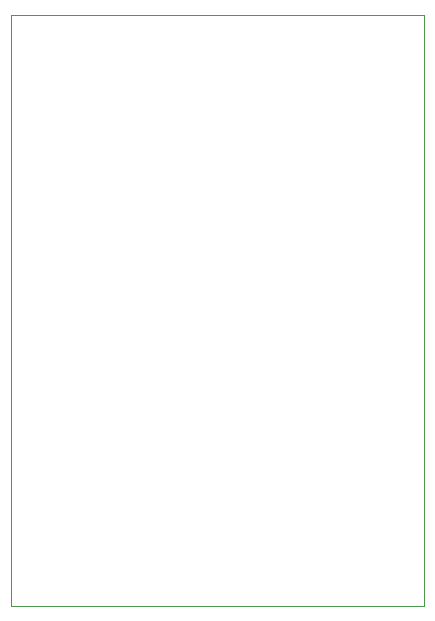
<source format=gbr>
G04 (created by PCBNEW (2013-may-18)-stable) date Fre 02 Okt 2015 16:46:09 CEST*
%MOIN*%
G04 Gerber Fmt 3.4, Leading zero omitted, Abs format*
%FSLAX34Y34*%
G01*
G70*
G90*
G04 APERTURE LIST*
%ADD10C,0.00590551*%
%ADD11C,0.00393701*%
G04 APERTURE END LIST*
G54D10*
G54D11*
X41338Y-37401D02*
X55118Y-37401D01*
X41338Y-57086D02*
X41338Y-37401D01*
X55118Y-57086D02*
X41338Y-57086D01*
X55118Y-37401D02*
X55118Y-57086D01*
M02*

</source>
